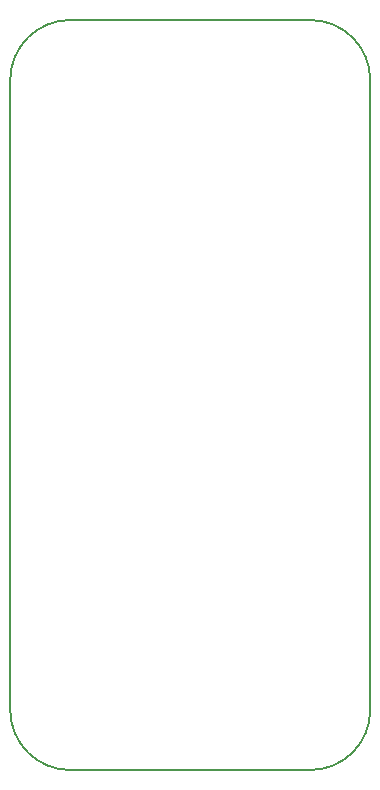
<source format=gbr>
G04 #@! TF.GenerationSoftware,KiCad,Pcbnew,7.0.5*
G04 #@! TF.CreationDate,2023-06-26T03:35:34+05:30*
G04 #@! TF.ProjectId,STM32_Dev_Board_v0.1,53544d33-325f-4446-9576-5f426f617264,rev?*
G04 #@! TF.SameCoordinates,Original*
G04 #@! TF.FileFunction,Profile,NP*
%FSLAX46Y46*%
G04 Gerber Fmt 4.6, Leading zero omitted, Abs format (unit mm)*
G04 Created by KiCad (PCBNEW 7.0.5) date 2023-06-26 03:35:34*
%MOMM*%
%LPD*%
G01*
G04 APERTURE LIST*
G04 #@! TA.AperFunction,Profile*
%ADD10C,0.150000*%
G04 #@! TD*
G04 #@! TA.AperFunction,Profile*
%ADD11C,0.200000*%
G04 #@! TD*
G04 APERTURE END LIST*
D10*
X99060000Y-106680000D02*
G75*
G03*
X104140000Y-101600000I0J5080000D01*
G01*
X104140000Y-48260000D02*
G75*
G03*
X99060000Y-43180000I-5080000J0D01*
G01*
D11*
X73660000Y-101600000D02*
G75*
G03*
X78740000Y-106680000I5080000J0D01*
G01*
X78740000Y-106680000D02*
X99060000Y-106680000D01*
X104140000Y-48260000D02*
X104140000Y-101600000D01*
X78740000Y-43180000D02*
G75*
G03*
X73660000Y-48260000I0J-5080000D01*
G01*
X73660000Y-48260000D02*
X73660000Y-101600000D01*
X78740000Y-43180000D02*
X99060000Y-43180000D01*
M02*

</source>
